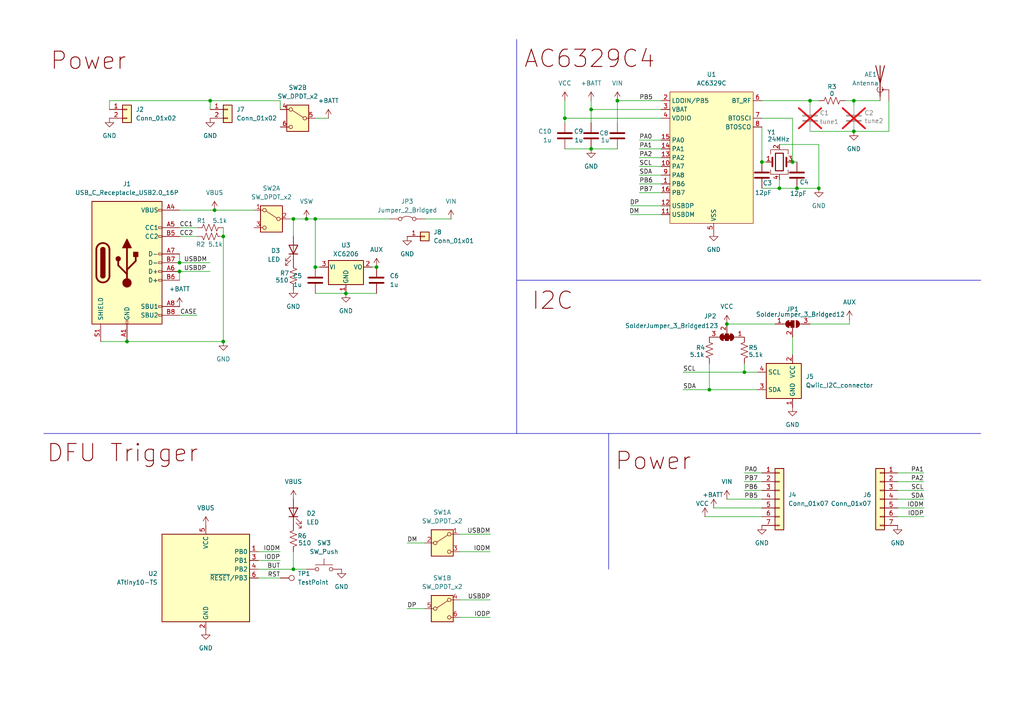
<source format=kicad_sch>
(kicad_sch (version 20231120) (generator "eeschema") (generator_version "8.0")
  (paper "A4")
  (lib_symbols
    (symbol "Connector:TestPoint" (pin_numbers hide) (pin_names (offset 0.762) hide)
      (property "Reference" "TP" (at 0 6.858 0))
      (property "Value" "TestPoint" (at 0 5.08 0))
      (symbol "TestPoint_0_1"
        (circle (center 0 3.302) (radius 0.762))
      )
      (symbol "TestPoint_1_1"
        (pin passive line (at 0 0 90) (length 2.54) (name "1") (number "1"))
      )
    )
    (symbol "Connector:USB_C_Receptacle_USB2.0_16P" (pin_names (offset 1.016))
      (property "Reference" "J" (at 0 22.225 0))
      (property "Value" "USB_C_Receptacle_USB2.0_16P" (at 0 19.685 0))
      (symbol "USB_C_Receptacle_USB2.0_16P_0_0"
        (rectangle (start -0.254 -17.78) (end 0.254 -16.764))
        (rectangle (start 10.16 -14.986) (end 9.144 -15.494))
        (rectangle (start 10.16 -12.446) (end 9.144 -12.954))
        (rectangle (start 10.16 -4.826) (end 9.144 -5.334))
        (rectangle (start 10.16 -2.286) (end 9.144 -2.794))
        (rectangle (start 10.16 0.254) (end 9.144 -0.254))
        (rectangle (start 10.16 2.794) (end 9.144 2.286))
        (rectangle (start 10.16 7.874) (end 9.144 7.366))
        (rectangle (start 10.16 10.414) (end 9.144 9.906))
        (rectangle (start 10.16 15.494) (end 9.144 14.986))
      )
      (symbol "USB_C_Receptacle_USB2.0_16P_0_1"
        (rectangle (start -10.16 17.78) (end 10.16 -17.78) (stroke (width 0.254)) (fill (type background)))
        (arc (start -8.89 -3.81) (mid -6.985 -5.7067) (end -5.08 -3.81) (stroke (width 0.508)))
        (arc (start -7.62 -3.81) (mid -6.985 -4.4423) (end -6.35 -3.81) (stroke (width 0.254)))
        (arc (start -7.62 -3.81) (mid -6.985 -4.4423) (end -6.35 -3.81) (stroke (width 0.254)) (fill (type outline)))
        (rectangle (start -7.62 -3.81) (end -6.35 3.81) (stroke (width 0.254)) (fill (type outline)))
        (arc (start -6.35 3.81) (mid -6.985 4.4423) (end -7.62 3.81) (stroke (width 0.254)))
        (arc (start -6.35 3.81) (mid -6.985 4.4423) (end -7.62 3.81) (stroke (width 0.254)) (fill (type outline)))
        (arc (start -5.08 3.81) (mid -6.985 5.7067) (end -8.89 3.81) (stroke (width 0.508)))
        (circle (center -2.54 1.143) (radius 0.635) (stroke (width 0.254)) (fill (type outline)))
        (circle (center 0 -5.842) (radius 1.27) (fill (type outline)))
        (polyline (pts (xy -8.89 -3.81) (xy -8.89 3.81)) (stroke (width 0.508)))
        (polyline (pts (xy -5.08 3.81) (xy -5.08 -3.81)) (stroke (width 0.508)))
        (polyline (pts (xy 0 -5.842) (xy 0 4.318)) (stroke (width 0.508)))
        (polyline (pts (xy 0 -3.302) (xy -2.54 -0.762) (xy -2.54 0.508)) (stroke (width 0.508)))
        (polyline (pts (xy 0 -2.032) (xy 2.54 0.508) (xy 2.54 1.778)) (stroke (width 0.508)))
        (polyline (pts (xy -1.27 4.318) (xy 0 6.858) (xy 1.27 4.318) (xy -1.27 4.318)) (stroke (width 0.254)) (fill (type outline)))
        (rectangle (start 1.905 1.778) (end 3.175 3.048) (stroke (width 0.254)) (fill (type outline)))
      )
      (symbol "USB_C_Receptacle_USB2.0_16P_1_1"
        (pin passive line (at 0 -22.86 90) (length 5.08) (name "GND") (number "A1"))
        (pin passive line (at 0 -22.86 90) (length 5.08) hide (name "GND") (number "A12"))
        (pin passive line (at 15.24 15.24 180) (length 5.08) (name "VBUS") (number "A4"))
        (pin bidirectional line (at 15.24 10.16 180) (length 5.08) (name "CC1") (number "A5"))
        (pin bidirectional line (at 15.24 -2.54 180) (length 5.08) (name "D+") (number "A6"))
        (pin bidirectional line (at 15.24 2.54 180) (length 5.08) (name "D-") (number "A7"))
        (pin bidirectional line (at 15.24 -12.7 180) (length 5.08) (name "SBU1") (number "A8"))
        (pin passive line (at 15.24 15.24 180) (length 5.08) hide (name "VBUS") (number "A9"))
        (pin passive line (at 0 -22.86 90) (length 5.08) hide (name "GND") (number "B1"))
        (pin passive line (at 0 -22.86 90) (length 5.08) hide (name "GND") (number "B12"))
        (pin passive line (at 15.24 15.24 180) (length 5.08) hide (name "VBUS") (number "B4"))
        (pin bidirectional line (at 15.24 7.62 180) (length 5.08) (name "CC2") (number "B5"))
        (pin bidirectional line (at 15.24 -5.08 180) (length 5.08) (name "D+") (number "B6"))
        (pin bidirectional line (at 15.24 0 180) (length 5.08) (name "D-") (number "B7"))
        (pin bidirectional line (at 15.24 -15.24 180) (length 5.08) (name "SBU2") (number "B8"))
        (pin passive line (at 15.24 15.24 180) (length 5.08) hide (name "VBUS") (number "B9"))
        (pin passive line (at -7.62 -22.86 90) (length 5.08) (name "SHIELD") (number "S1"))
      )
    )
    (symbol "Connector_Generic:Conn_01x01" (pin_names (offset 1.016) hide)
      (property "Reference" "J" (at 0 2.54 0))
      (property "Value" "Conn_01x01" (at 0 -2.54 0))
      (symbol "Conn_01x01_1_1"
        (rectangle (start -1.27 0.127) (end 0 -0.127) (stroke (width 0.1524)))
        (rectangle (start -1.27 1.27) (end 1.27 -1.27) (stroke (width 0.254)) (fill (type background)))
        (pin passive line (at -5.08 0 0) (length 3.81) (name "Pin_1") (number "1"))
      )
    )
    (symbol "Connector_Generic:Conn_01x02" (pin_names (offset 1.016) hide)
      (property "Reference" "J" (at 0 2.54 0))
      (property "Value" "Conn_01x02" (at 0 -5.08 0))
      (symbol "Conn_01x02_1_1"
        (rectangle (start -1.27 -2.413) (end 0 -2.667) (stroke (width 0.1524)))
        (rectangle (start -1.27 0.127) (end 0 -0.127) (stroke (width 0.1524)))
        (rectangle (start -1.27 1.27) (end 1.27 -3.81) (stroke (width 0.254)) (fill (type background)))
        (pin passive line (at -5.08 0 0) (length 3.81) (name "Pin_1") (number "1"))
        (pin passive line (at -5.08 -2.54 0) (length 3.81) (name "Pin_2") (number "2"))
      )
    )
    (symbol "Connector_Generic:Conn_01x07" (pin_names (offset 1.016) hide)
      (property "Reference" "J" (at 0 10.16 0))
      (property "Value" "Conn_01x07" (at 0 -10.16 0))
      (symbol "Conn_01x07_1_1"
        (rectangle (start -1.27 -7.493) (end 0 -7.747) (stroke (width 0.1524)))
        (rectangle (start -1.27 -4.953) (end 0 -5.207) (stroke (width 0.1524)))
        (rectangle (start -1.27 -2.413) (end 0 -2.667) (stroke (width 0.1524)))
        (rectangle (start -1.27 0.127) (end 0 -0.127) (stroke (width 0.1524)))
        (rectangle (start -1.27 2.667) (end 0 2.413) (stroke (width 0.1524)))
        (rectangle (start -1.27 5.207) (end 0 4.953) (stroke (width 0.1524)))
        (rectangle (start -1.27 7.747) (end 0 7.493) (stroke (width 0.1524)))
        (rectangle (start -1.27 8.89) (end 1.27 -8.89) (stroke (width 0.254)) (fill (type background)))
        (pin passive line (at -5.08 7.62 0) (length 3.81) (name "Pin_1") (number "1"))
        (pin passive line (at -5.08 5.08 0) (length 3.81) (name "Pin_2") (number "2"))
        (pin passive line (at -5.08 2.54 0) (length 3.81) (name "Pin_3") (number "3"))
        (pin passive line (at -5.08 0 0) (length 3.81) (name "Pin_4") (number "4"))
        (pin passive line (at -5.08 -2.54 0) (length 3.81) (name "Pin_5") (number "5"))
        (pin passive line (at -5.08 -5.08 0) (length 3.81) (name "Pin_6") (number "6"))
        (pin passive line (at -5.08 -7.62 0) (length 3.81) (name "Pin_7") (number "7"))
      )
    )
    (symbol "Device:Antenna_Shield" (pin_numbers hide) (pin_names (offset 1.016) hide)
      (property "Reference" "AE" (at -1.905 4.445 0))
      (property "Value" "Antenna_Shield" (at -1.905 2.54 0))
      (symbol "Antenna_Shield_0_1"
        (arc (start -0.508 -1.143) (mid -0.8429 -2.1194) (end 0 -2.667))
        (arc (start 0 -2.667) (mid 0.7989 -2.1052) (end 0.508 -1.143))
        (polyline (pts (xy 0 -2.54) (xy 0 0)))
        (polyline (pts (xy 0 5.08) (xy 0 -3.81)) (stroke (width 0.254)))
        (polyline (pts (xy 0.762 -1.905) (xy 2.54 -1.905)))
        (polyline (pts (xy 2.54 -2.54) (xy 2.54 -1.905)))
        (polyline (pts (xy 1.27 5.08) (xy 0 0) (xy -1.27 5.08)) (stroke (width 0.254)))
        (circle (center 0.762 -1.905) (radius 0.1778) (fill (type outline)))
      )
      (symbol "Antenna_Shield_1_1"
        (pin input line (at 0 -5.08 90) (length 2.54) (name "A") (number "1"))
        (pin input line (at 2.54 -5.08 90) (length 2.54) (name "Shield") (number "2"))
      )
    )
    (symbol "Device:C" (pin_numbers hide) (pin_names (offset 0.254))
      (property "Reference" "C" (at 0.635 2.54 0))
      (property "Value" "C" (at 0.635 -2.54 0))
      (symbol "C_0_1"
        (polyline (pts (xy -2.032 -0.762) (xy 2.032 -0.762)) (stroke (width 0.508)))
        (polyline (pts (xy -2.032 0.762) (xy 2.032 0.762)) (stroke (width 0.508)))
      )
      (symbol "C_1_1"
        (pin passive line (at 0 3.81 270) (length 2.794) (name "~") (number "1"))
        (pin passive line (at 0 -3.81 90) (length 2.794) (name "~") (number "2"))
      )
    )
    (symbol "Device:Crystal_GND24" (pin_names (offset 1.016) hide)
      (property "Reference" "Y" (at 3.175 5.08 0))
      (property "Value" "Crystal_GND24" (at 3.175 3.175 0))
      (symbol "Crystal_GND24_0_1"
        (rectangle (start -1.143 2.54) (end 1.143 -2.54) (stroke (width 0.3048)))
        (polyline (pts (xy -2.54 0) (xy -2.032 0)))
        (polyline (pts (xy -2.032 -1.27) (xy -2.032 1.27)) (stroke (width 0.508)))
        (polyline (pts (xy 0 -3.81) (xy 0 -3.556)))
        (polyline (pts (xy 0 3.556) (xy 0 3.81)))
        (polyline (pts (xy 2.032 -1.27) (xy 2.032 1.27)) (stroke (width 0.508)))
        (polyline (pts (xy 2.032 0) (xy 2.54 0)))
        (polyline (pts (xy -2.54 -2.286) (xy -2.54 -3.556) (xy 2.54 -3.556) (xy 2.54 -2.286)))
        (polyline (pts (xy -2.54 2.286) (xy -2.54 3.556) (xy 2.54 3.556) (xy 2.54 2.286)))
      )
      (symbol "Crystal_GND24_1_1"
        (pin passive line (at -3.81 0 0) (length 1.27) (name "1") (number "1"))
        (pin passive line (at 0 5.08 270) (length 1.27) (name "2") (number "2"))
        (pin passive line (at 3.81 0 180) (length 1.27) (name "3") (number "3"))
        (pin passive line (at 0 -5.08 90) (length 1.27) (name "4") (number "4"))
      )
    )
    (symbol "Device:LED" (pin_numbers hide) (pin_names (offset 1.016) hide)
      (property "Reference" "D" (at 0 2.54 0))
      (property "Value" "LED" (at 0 -2.54 0))
      (symbol "LED_0_1"
        (polyline (pts (xy -1.27 -1.27) (xy -1.27 1.27)) (stroke (width 0.254)))
        (polyline (pts (xy -1.27 0) (xy 1.27 0)))
        (polyline (pts (xy 1.27 -1.27) (xy 1.27 1.27) (xy -1.27 0) (xy 1.27 -1.27)) (stroke (width 0.254)))
        (polyline (pts (xy -3.048 -0.762) (xy -4.572 -2.286) (xy -3.81 -2.286) (xy -4.572 -2.286) (xy -4.572 -1.524)))
        (polyline (pts (xy -1.778 -0.762) (xy -3.302 -2.286) (xy -2.54 -2.286) (xy -3.302 -2.286) (xy -3.302 -1.524)))
      )
      (symbol "LED_1_1"
        (pin passive line (at -3.81 0 0) (length 2.54) (name "K") (number "1"))
        (pin passive line (at 3.81 0 180) (length 2.54) (name "A") (number "2"))
      )
    )
    (symbol "Device:R_US" (pin_numbers hide) (pin_names (offset 0))
      (property "Reference" "R" (at 2.54 0 90))
      (property "Value" "R_US" (at -2.54 0 90))
      (symbol "R_US_0_1"
        (polyline (pts (xy 0 -2.286) (xy 0 -2.54)))
        (polyline (pts (xy 0 2.286) (xy 0 2.54)))
        (polyline (pts (xy 0 -0.762) (xy 1.016 -1.143) (xy 0 -1.524) (xy -1.016 -1.905) (xy 0 -2.286)))
        (polyline (pts (xy 0 0.762) (xy 1.016 0.381) (xy 0 0) (xy -1.016 -0.381) (xy 0 -0.762)))
        (polyline (pts (xy 0 2.286) (xy 1.016 1.905) (xy 0 1.524) (xy -1.016 1.143) (xy 0 0.762)))
      )
      (symbol "R_US_1_1"
        (pin passive line (at 0 3.81 270) (length 1.27) (name "~") (number "1"))
        (pin passive line (at 0 -3.81 90) (length 1.27) (name "~") (number "2"))
      )
    )
    (symbol "Jumper:Jumper_2_Bridged" (pin_numbers hide) (pin_names (offset 0) hide) (exclude_from_sim yes)
      (property "Reference" "JP" (at 0 1.905 0))
      (property "Value" "Jumper_2_Bridged" (at 0 -2.54 0))
      (symbol "Jumper_2_Bridged_0_0"
        (circle (center -2.032 0) (radius 0.508))
        (circle (center 2.032 0) (radius 0.508))
      )
      (symbol "Jumper_2_Bridged_0_1"
        (arc (start 1.524 0.254) (mid 0 0.762) (end -1.524 0.254))
      )
      (symbol "Jumper_2_Bridged_1_1"
        (pin passive line (at -5.08 0 0) (length 2.54) (name "A") (number "1"))
        (pin passive line (at 5.08 0 180) (length 2.54) (name "B") (number "2"))
      )
    )
    (symbol "Jumper:SolderJumper_3_Bridged12" (pin_names (offset 0) hide)
      (property "Reference" "JP" (at -2.54 -2.54 0))
      (property "Value" "SolderJumper_3_Bridged12" (at 0 2.794 0))
      (symbol "SolderJumper_3_Bridged12_0_1"
        (rectangle (start -1.016 0.508) (end -0.508 -0.508) (fill (type outline)))
        (arc (start -1.016 1.016) (mid -2.0276 0) (end -1.016 -1.016))
        (arc (start -1.016 1.016) (mid -2.0276 0) (end -1.016 -1.016) (fill (type outline)))
        (rectangle (start -0.508 1.016) (end 0.508 -1.016) (fill (type outline)))
        (polyline (pts (xy -2.54 0) (xy -2.032 0)))
        (polyline (pts (xy -1.016 1.016) (xy -1.016 -1.016)))
        (polyline (pts (xy 0 -1.27) (xy 0 -1.016)))
        (polyline (pts (xy 1.016 1.016) (xy 1.016 -1.016)))
        (polyline (pts (xy 2.54 0) (xy 2.032 0)))
        (arc (start 1.016 -1.016) (mid 2.0276 0) (end 1.016 1.016))
        (arc (start 1.016 -1.016) (mid 2.0276 0) (end 1.016 1.016) (fill (type outline)))
      )
      (symbol "SolderJumper_3_Bridged12_1_1"
        (pin passive line (at -5.08 0 0) (length 2.54) (name "A") (number "1"))
        (pin passive line (at 0 -3.81 90) (length 2.54) (name "C") (number "2"))
        (pin passive line (at 5.08 0 180) (length 2.54) (name "B") (number "3"))
      )
    )
    (symbol "Jumper:SolderJumper_3_Bridged123" (pin_names (offset 0) hide) (exclude_from_sim yes) (in_bom no)
      (property "Reference" "JP" (at -2.54 -2.54 0))
      (property "Value" "SolderJumper_3_Bridged123" (at 0 2.794 0))
      (symbol "SolderJumper_3_Bridged123_0_1"
        (rectangle (start -1.016 0.508) (end -0.508 -0.508) (fill (type outline)))
        (arc (start -1.016 1.016) (mid -2.0276 0) (end -1.016 -1.016))
        (arc (start -1.016 1.016) (mid -2.0276 0) (end -1.016 -1.016) (fill (type outline)))
        (rectangle (start -0.508 1.016) (end 0.508 -1.016) (fill (type outline)))
        (polyline (pts (xy -2.54 0) (xy -2.032 0)))
        (polyline (pts (xy -1.016 1.016) (xy -1.016 -1.016)))
        (polyline (pts (xy 0 -1.27) (xy 0 -1.016)))
        (polyline (pts (xy 1.016 1.016) (xy 1.016 -1.016)))
        (polyline (pts (xy 2.54 0) (xy 2.032 0)))
        (rectangle (start 0.508 0.508) (end 1.016 -0.508) (fill (type outline)))
        (arc (start 1.016 -1.016) (mid 2.0276 0) (end 1.016 1.016))
        (arc (start 1.016 -1.016) (mid 2.0276 0) (end 1.016 1.016) (fill (type outline)))
      )
      (symbol "SolderJumper_3_Bridged123_1_1"
        (pin passive line (at -5.08 0 0) (length 2.54) (name "A") (number "1"))
        (pin passive line (at 0 -3.81 90) (length 2.54) (name "C") (number "2"))
        (pin passive line (at 5.08 0 180) (length 2.54) (name "B") (number "3"))
      )
    )
    (symbol "MCU_Microchip_ATtiny:ATtiny10-TS"
      (property "Reference" "U" (at -12.7 13.97 0))
      (property "Value" "ATtiny10-TS" (at 2.54 -13.97 0))
      (symbol "ATtiny10-TS_0_1"
        (rectangle (start -12.7 -12.7) (end 12.7 12.7) (stroke (width 0.254)) (fill (type background)))
      )
      (symbol "ATtiny10-TS_1_1"
        (pin bidirectional line (at 15.24 7.62 180) (length 2.54) (name "PB0") (number "1"))
        (pin power_in line (at 0 -15.24 90) (length 2.54) (name "GND") (number "2"))
        (pin bidirectional line (at 15.24 5.08 180) (length 2.54) (name "PB1") (number "3"))
        (pin bidirectional line (at 15.24 2.54 180) (length 2.54) (name "PB2") (number "4"))
        (pin power_in line (at 0 15.24 270) (length 2.54) (name "VCC") (number "5"))
        (pin bidirectional line (at 15.24 0 180) (length 2.54) (name "~{RESET}/PB3") (number "6"))
      )
    )
    (symbol "Regulator_Linear:XC6206PxxxMR" (pin_names (offset 0.254))
      (property "Reference" "U" (at -3.81 3.175 0))
      (property "Value" "XC6206PxxxMR" (at 0 3.175 0))
      (symbol "XC6206PxxxMR_0_1"
        (rectangle (start -5.08 1.905) (end 5.08 -5.08) (stroke (width 0.254)) (fill (type background)))
      )
      (symbol "XC6206PxxxMR_1_1"
        (pin power_in line (at 0 -7.62 90) (length 2.54) (name "GND") (number "1"))
        (pin power_out line (at 7.62 0 180) (length 2.54) (name "VO") (number "2"))
        (pin power_in line (at -7.62 0 0) (length 2.54) (name "VI") (number "3"))
      )
    )
    (symbol "Switch:SW_DPDT_x2" (pin_names (offset 0) hide)
      (property "Reference" "SW" (at 0 5.08 0))
      (property "Value" "SW_DPDT_x2" (at 0 -5.08 0))
      (symbol "SW_DPDT_x2_0_0"
        (circle (center -2.032 0) (radius 0.508))
        (circle (center 2.032 -2.54) (radius 0.508))
      )
      (symbol "SW_DPDT_x2_0_1"
        (rectangle (start -3.175 3.81) (end 3.175 -3.81) (stroke (width 0.254)) (fill (type background)))
        (polyline (pts (xy -1.524 0.254) (xy 1.5748 2.286)))
        (circle (center 2.032 2.54) (radius 0.508))
      )
      (symbol "SW_DPDT_x2_1_1"
        (pin passive line (at 5.08 2.54 180) (length 2.54) (name "A") (number "1"))
        (pin passive line (at -5.08 0 0) (length 2.54) (name "B") (number "2"))
        (pin passive line (at 5.08 -2.54 180) (length 2.54) (name "C") (number "3"))
      )
      (symbol "SW_DPDT_x2_2_1"
        (pin passive line (at 5.08 2.54 180) (length 2.54) (name "A") (number "4"))
        (pin passive line (at -5.08 0 0) (length 2.54) (name "B") (number "5"))
        (pin passive line (at 5.08 -2.54 180) (length 2.54) (name "C") (number "6"))
      )
    )
    (symbol "Switch:SW_Push" (pin_numbers hide) (pin_names (offset 1.016) hide)
      (property "Reference" "SW" (at 1.27 2.54 0))
      (property "Value" "SW_Push" (at 0 -1.524 0))
      (symbol "SW_Push_0_1"
        (circle (center -2.032 0) (radius 0.508))
        (polyline (pts (xy 0 1.27) (xy 0 3.048)))
        (polyline (pts (xy 2.54 1.27) (xy -2.54 1.27)))
        (circle (center 2.032 0) (radius 0.508))
        (pin passive line (at -5.08 0 0) (length 2.54) (name "1") (number "1"))
        (pin passive line (at 5.08 0 180) (length 2.54) (name "2") (number "2"))
      )
    )
    (symbol "maxkicad:AC6329C"
      (property "Reference" "U" (at -0.254 19.05 0))
      (property "Value" "AC6329C" (at 0.508 -0.254 0))
      (symbol "AC6329C_1_1"
        (rectangle (start -12.7 17.78) (end 11.43 -20.32) (fill (type background)))
        (pin tri_state line (at -15.24 -8.89 0) (length 2.54) (name "PB6") (number "1"))
        (pin tri_state line (at -15.24 -3.81 0) (length 2.54) (name "PA7") (number "10"))
        (pin tri_state line (at -15.24 -17.78 0) (length 2.54) (name "USBDM") (number "11"))
        (pin tri_state line (at -15.24 -15.24 0) (length 2.54) (name "USBDP") (number "12"))
        (pin tri_state line (at -15.24 -1.27 0) (length 2.54) (name "PA2") (number "13"))
        (pin tri_state line (at -15.24 1.27 0) (length 2.54) (name "PA1") (number "14"))
        (pin tri_state line (at -15.24 3.81 0) (length 2.54) (name "PA0") (number "15"))
        (pin tri_state line (at -15.24 -11.43 0) (length 2.54) (name "PB7") (number "16"))
        (pin tri_state line (at -15.24 15.24 0) (length 2.54) (name "LDOIN/PB5") (number "2"))
        (pin power_in line (at -15.24 12.7 0) (length 2.54) (name "VBAT") (number "3"))
        (pin power_out line (at -15.24 10.16 0) (length 2.54) (name "VDDIO") (number "4"))
        (pin power_in line (at 0 -22.86 90) (length 2.54) (name "VSS") (number "5"))
        (pin passive line (at 13.97 15.24 180) (length 2.54) (name "BT_RF") (number "6"))
        (pin input line (at 13.97 10.16 180) (length 2.54) (name "BTOSCI") (number "7"))
        (pin output line (at 13.97 7.62 180) (length 2.54) (name "BTOSCO") (number "8"))
        (pin tri_state line (at -15.24 -6.35 0) (length 2.54) (name "PA8") (number "9"))
      )
    )
    (symbol "maxkicad:Qwiic_I2C"
      (property "Reference" "J" (at 0 8.89 0))
      (property "Value" "Qwiic_I2C_connector" (at 0 6.35 0))
      (symbol "Qwiic_I2C_1_1"
        (rectangle (start -5.08 5.08) (end 5.08 -5.08) (stroke (width 0.254)) (fill (type background)))
        (pin power_in line (at 2.54 -7.62 90) (length 2.54) (name "GND") (number "1"))
        (pin power_in line (at 2.54 7.62 270) (length 2.54) (name "VCC") (number "2"))
        (pin bidirectional line (at -7.62 -2.54 0) (length 2.54) (name "SDA") (number "3"))
        (pin input line (at -7.62 2.54 0) (length 2.54) (name "SCL") (number "4"))
        (pin power_in line (at 2.54 -7.62 90) (length 2.54) hide (name "VSS") (number "MP"))
      )
    )
    (symbol "power:+5V" (power) (pin_numbers hide) (pin_names (offset 0) hide)
      (property "Value" "+5V" (at 0 3.556 0))
      (symbol "+5V_0_1"
        (polyline (pts (xy -0.762 1.27) (xy 0 2.54)))
        (polyline (pts (xy 0 0) (xy 0 2.54)))
        (polyline (pts (xy 0 2.54) (xy 0.762 1.27)))
      )
      (symbol "+5V_1_1"
        (pin power_in line (at 0 0 90) (length 0) (name "~") (number "1"))
      )
    )
    (symbol "power:+BATT" (power) (pin_numbers hide) (pin_names (offset 0) hide)
      (property "Value" "+BATT" (at 0 3.556 0))
      (symbol "+BATT_0_1"
        (polyline (pts (xy -0.762 1.27) (xy 0 2.54)))
        (polyline (pts (xy 0 0) (xy 0 2.54)))
        (polyline (pts (xy 0 2.54) (xy 0.762 1.27)))
      )
      (symbol "+BATT_1_1"
        (pin power_in line (at 0 0 90) (length 0) (name "~") (number "1"))
      )
    )
    (symbol "power:GND" (power) (pin_numbers hide) (pin_names (offset 0) hide)
      (property "Value" "GND" (at 0 -3.81 0))
      (symbol "GND_0_1"
        (polyline (pts (xy 0 0) (xy 0 -1.27) (xy 1.27 -1.27) (xy 0 -2.54) (xy -1.27 -1.27) (xy 0 -1.27)))
      )
      (symbol "GND_1_1"
        (pin power_in line (at 0 0 270) (length 0) (name "~") (number "1"))
      )
    )
    (symbol "power:VBUS" (power) (pin_numbers hide) (pin_names (offset 0) hide)
      (property "Value" "VBUS" (at 0 3.556 0))
      (symbol "VBUS_0_1"
        (polyline (pts (xy -0.762 1.27) (xy 0 2.54)))
        (polyline (pts (xy 0 0) (xy 0 2.54)))
        (polyline (pts (xy 0 2.54) (xy 0.762 1.27)))
      )
      (symbol "VBUS_1_1"
        (pin power_in line (at 0 0 90) (length 0) (name "~") (number "1"))
      )
    )
    (symbol "power:VCC" (power) (pin_numbers hide) (pin_names (offset 0) hide)
      (property "Value" "VCC" (at 0 3.556 0))
      (symbol "VCC_0_1"
        (polyline (pts (xy -0.762 1.27) (xy 0 2.54)))
        (polyline (pts (xy 0 0) (xy 0 2.54)))
        (polyline (pts (xy 0 2.54) (xy 0.762 1.27)))
      )
      (symbol "VCC_1_1"
        (pin power_in line (at 0 0 90) (length 0) (name "~") (number "1"))
      )
    )
  )
  (junction (at 36.83 99.06))
  (junction (at 215.9 107.95))
  (junction (at 171.45 31.75))
  (junction (at 163.83 34.29))
  (junction (at 88.9 63.5))
  (junction (at 247.65 38.1))
  (junction (at 85.09 63.5))
  (junction (at 247.65 29.21))
  (junction (at 229.87 46.99))
  (junction (at 231.14 54.61))
  (junction (at 64.77 68.58))
  (junction (at 210.82 93.98))
  (junction (at 109.22 77.47))
  (junction (at 52.07 76.2))
  (junction (at 64.77 99.06))
  (junction (at 205.74 113.03))
  (junction (at 171.45 43.18))
  (junction (at 62.23 60.96))
  (junction (at 234.95 29.21))
  (junction (at 85.09 165.1))
  (junction (at 179.07 29.21))
  (junction (at 226.06 54.61))
  (junction (at 60.96 29.21))
  (junction (at 52.07 78.74))
  (junction (at 91.44 77.47))
  (junction (at 237.49 54.61))
  (junction (at 100.33 85.09))
  (junction (at 91.44 63.5))
  (junction (at 220.98 46.99))
  (wire (pts (xy 220.98 46.99) (xy 222.25 46.99)))
  (wire (pts (xy 171.45 31.75) (xy 191.77 31.75)))
  (wire (pts (xy 210.82 93.98) (xy 224.79 93.98)))
  (wire (pts (xy 198.12 107.95) (xy 215.9 107.95)))
  (wire (pts (xy 91.44 63.5) (xy 113.03 63.5)))
  (wire (pts (xy 171.45 29.21) (xy 171.45 31.75)))
  (wire (pts (xy 85.09 165.1) (xy 88.9 165.1)))
  (wire (pts (xy 220.98 54.61) (xy 226.06 54.61)))
  (wire (pts (xy 74.93 162.56) (xy 81.28 162.56)))
  (wire (pts (xy 231.14 54.61) (xy 237.49 54.61)))
  (polyline (pts (xy 149.86 11.43) (xy 149.86 125.73)))
  (polyline (pts (xy 176.53 125.73) (xy 176.53 165.1)))
  (wire (pts (xy 64.77 99.06) (xy 36.83 99.06)))
  (wire (pts (xy 185.42 50.8) (xy 191.77 50.8)))
  (wire (pts (xy 247.65 29.21) (xy 247.65 30.48)))
  (wire (pts (xy 171.45 43.18) (xy 179.07 43.18)))
  (wire (pts (xy 171.45 31.75) (xy 171.45 35.56)))
  (wire (pts (xy 191.77 59.69) (xy 182.88 59.69)))
  (wire (pts (xy 123.19 63.5) (xy 130.81 63.5)))
  (wire (pts (xy 88.9 63.5) (xy 91.44 63.5)))
  (wire (pts (xy 60.96 29.21) (xy 31.75 29.21)))
  (wire (pts (xy 52.07 68.58) (xy 57.15 68.58)))
  (wire (pts (xy 133.35 173.99) (xy 142.24 173.99)))
  (wire (pts (xy 52.07 73.66) (xy 52.07 76.2)))
  (wire (pts (xy 74.93 167.64) (xy 81.28 167.64)))
  (wire (pts (xy 185.42 53.34) (xy 191.77 53.34)))
  (wire (pts (xy 29.21 99.06) (xy 36.83 99.06)))
  (wire (pts (xy 191.77 62.23) (xy 182.88 62.23)))
  (wire (pts (xy 185.42 43.18) (xy 191.77 43.18)))
  (wire (pts (xy 81.28 31.75) (xy 81.28 29.21)))
  (wire (pts (xy 91.44 77.47) (xy 92.71 77.47)))
  (wire (pts (xy 185.42 40.64) (xy 191.77 40.64)))
  (wire (pts (xy 85.09 63.5) (xy 85.09 68.58)))
  (wire (pts (xy 204.47 149.86) (xy 220.98 149.86)))
  (wire (pts (xy 52.07 66.04) (xy 57.15 66.04)))
  (wire (pts (xy 260.35 137.16) (xy 267.97 137.16)))
  (wire (pts (xy 198.12 113.03) (xy 205.74 113.03)))
  (wire (pts (xy 215.9 139.7) (xy 220.98 139.7)))
  (wire (pts (xy 260.35 147.32) (xy 267.97 147.32)))
  (wire (pts (xy 163.83 34.29) (xy 163.83 29.21)))
  (wire (pts (xy 118.11 176.53) (xy 123.19 176.53)))
  (wire (pts (xy 220.98 36.83) (xy 220.98 46.99)))
  (wire (pts (xy 245.11 29.21) (xy 247.65 29.21)))
  (wire (pts (xy 163.83 43.18) (xy 171.45 43.18)))
  (wire (pts (xy 107.95 77.47) (xy 109.22 77.47)))
  (wire (pts (xy 220.98 29.21) (xy 234.95 29.21)))
  (wire (pts (xy 205.74 113.03) (xy 219.71 113.03)))
  (wire (pts (xy 83.82 63.5) (xy 85.09 63.5)))
  (wire (pts (xy 226.06 54.61) (xy 226.06 52.07)))
  (wire (pts (xy 52.07 60.96) (xy 62.23 60.96)))
  (wire (pts (xy 260.35 139.7) (xy 267.97 139.7)))
  (wire (pts (xy 257.81 29.21) (xy 257.81 38.1)))
  (wire (pts (xy 215.9 105.41) (xy 215.9 107.95)))
  (wire (pts (xy 229.87 97.79) (xy 229.87 102.87)))
  (wire (pts (xy 257.81 38.1) (xy 247.65 38.1)))
  (wire (pts (xy 64.77 66.04) (xy 64.77 68.58)))
  (wire (pts (xy 234.95 29.21) (xy 234.95 30.48)))
  (wire (pts (xy 85.09 63.5) (xy 88.9 63.5)))
  (wire (pts (xy 52.07 78.74) (xy 60.96 78.74)))
  (wire (pts (xy 62.23 60.96) (xy 73.66 60.96)))
  (wire (pts (xy 207.01 147.32) (xy 220.98 147.32)))
  (wire (pts (xy 163.83 34.29) (xy 191.77 34.29)))
  (wire (pts (xy 91.44 85.09) (xy 100.33 85.09)))
  (wire (pts (xy 215.9 142.24) (xy 220.98 142.24)))
  (wire (pts (xy 215.9 107.95) (xy 219.71 107.95)))
  (wire (pts (xy 226.06 54.61) (xy 231.14 54.61)))
  (wire (pts (xy 118.11 157.48) (xy 123.19 157.48)))
  (wire (pts (xy 163.83 34.29) (xy 163.83 35.56)))
  (wire (pts (xy 81.28 29.21) (xy 60.96 29.21)))
  (wire (pts (xy 133.35 154.94) (xy 142.24 154.94)))
  (wire (pts (xy 234.95 29.21) (xy 237.49 29.21)))
  (wire (pts (xy 229.87 46.99) (xy 231.14 46.99)))
  (wire (pts (xy 229.87 46.99) (xy 229.87 34.29)))
  (wire (pts (xy 85.09 160.02) (xy 85.09 165.1)))
  (wire (pts (xy 185.42 48.26) (xy 191.77 48.26)))
  (wire (pts (xy 74.93 165.1) (xy 85.09 165.1)))
  (wire (pts (xy 260.35 149.86) (xy 267.97 149.86)))
  (wire (pts (xy 91.44 63.5) (xy 91.44 77.47)))
  (wire (pts (xy 185.42 55.88) (xy 191.77 55.88)))
  (wire (pts (xy 60.96 29.21) (xy 60.96 31.75)))
  (wire (pts (xy 237.49 41.91) (xy 237.49 54.61)))
  (wire (pts (xy 260.35 142.24) (xy 267.97 142.24)))
  (wire (pts (xy 179.07 29.21) (xy 179.07 35.56)))
  (wire (pts (xy 234.95 38.1) (xy 247.65 38.1)))
  (wire (pts (xy 229.87 34.29) (xy 220.98 34.29)))
  (wire (pts (xy 52.07 78.74) (xy 52.07 81.28)))
  (polyline (pts (xy 149.86 81.28) (xy 284.48 81.28)))
  (wire (pts (xy 31.75 29.21) (xy 31.75 31.75)))
  (wire (pts (xy 226.06 41.91) (xy 237.49 41.91)))
  (wire (pts (xy 91.44 34.29) (xy 95.25 34.29)))
  (wire (pts (xy 247.65 29.21) (xy 255.27 29.21)))
  (wire (pts (xy 246.38 93.98) (xy 234.95 93.98)))
  (wire (pts (xy 52.07 76.2) (xy 60.96 76.2)))
  (wire (pts (xy 133.35 160.02) (xy 142.24 160.02)))
  (wire (pts (xy 210.82 144.78) (xy 220.98 144.78)))
  (wire (pts (xy 100.33 85.09) (xy 109.22 85.09)))
  (wire (pts (xy 205.74 105.41) (xy 205.74 113.03)))
  (wire (pts (xy 260.35 144.78) (xy 267.97 144.78)))
  (wire (pts (xy 215.9 137.16) (xy 220.98 137.16)))
  (wire (pts (xy 52.07 91.44) (xy 57.15 91.44)))
  (wire (pts (xy 74.93 160.02) (xy 81.28 160.02)))
  (wire (pts (xy 179.07 29.21) (xy 191.77 29.21)))
  (polyline (pts (xy 12.7 125.73) (xy 284.48 125.73)))
  (wire (pts (xy 185.42 45.72) (xy 191.77 45.72)))
  (wire (pts (xy 64.77 68.58) (xy 64.77 99.06)))
  (wire (pts (xy 246.38 92.71) (xy 246.38 93.98)))
  (wire (pts (xy 133.35 179.07) (xy 142.24 179.07)))
  (text "DFU Trigger" (at 35.56 131.572 0) (effects (font (size 5 5) (thickness 0.254) (bold yes))))
  (text "Power" (at 25.654 17.78 0) (effects (font (size 5 5) (thickness 0.254) (bold yes))))
  (text "AC6329C4" (at 171.0114 17.2232 0) (effects (font (size 5 5) (thickness 0.254) (bold yes))))
  (text "I2C" (at 160.274 87.376 0) (effects (font (size 5 5) (thickness 0.254) (bold yes))))
  (text "Power" (at 189.484 133.858 0) (effects (font (size 5 5) (thickness 0.254) (bold yes))))
  (label "DP" (at 185.42 59.69 180))
  (label "PA0" (at 215.9 137.16 0))
  (label "PB7" (at 185.42 55.88 0))
  (label "USBDP" (at 142.24 173.99 180))
  (label "PA2" (at 267.97 139.7 180))
  (label "SCL" (at 198.12 107.95 0))
  (label "PA2" (at 185.42 45.72 0))
  (label "DP" (at 118.11 176.53 0))
  (label "RST" (at 81.28 167.64 180))
  (label "IODP" (at 81.28 162.56 180))
  (label "SCL" (at 185.42 48.26 0))
  (label "PB5" (at 185.42 29.21 0))
  (label "USBDM" (at 53.34 76.2 0))
  (label "PB5" (at 215.9 144.78 0))
  (label "PB7" (at 215.9 139.7 0))
  (label "USBDM" (at 142.24 154.94 180))
  (label "PB6" (at 185.42 53.34 0))
  (label "IODM" (at 142.24 160.02 180))
  (label "CC2" (at 52.07 68.58 0))
  (label "DM" (at 185.42 62.23 180))
  (label "SDA" (at 267.97 144.78 180))
  (label "CASE" (at 57.15 91.44 180))
  (label "IODM" (at 81.28 160.02 180))
  (label "DM" (at 118.11 157.48 0))
  (label "BUT" (at 81.28 165.1 180))
  (label "USBDP" (at 53.34 78.74 0))
  (label "SDA" (at 185.42 50.8 0))
  (label "PA1" (at 185.42 43.18 0))
  (label "PA0" (at 185.42 40.64 0))
  (label "PA1" (at 267.97 137.16 180))
  (label "CC1" (at 52.07 66.04 0))
  (label "SCL" (at 267.97 142.24 180))
  (label "IODM" (at 267.97 147.32 180))
  (label "PB6" (at 215.9 142.24 0))
  (label "SDA" (at 198.12 113.03 0))
  (label "IODP" (at 267.97 149.86 180))
  (label "IODP" (at 142.24 179.07 180))
  (symbol (lib_id "power:GND") (at 229.87 118.11 0) (unit 1)
    (property "Reference" "#PWR015" (effects (hide yes)))
    (property "Value" "GND" (at 229.87 123.19 0))
    (property "Description" "Power symbol creates a global label with name \"GND\" , ground" (effects (hide yes)))
  )
  (symbol (lib_id "Jumper:Jumper_2_Bridged") (at 118.11 63.5 0) (unit 1) (exclude_from_sim yes)
    (property "Reference" "JP3" (at 118.11 58.42 0))
    (property "Value" "Jumper_2_Bridged" (at 118.11 60.96 0))
    (property "Footprint" "Connector_PinHeader_2.54mm:PinHeader_1x02_P2.54mm_Vertical" (effects (hide yes)))
    (property "Description" "Jumper, 2-pole, closed/bridged" (effects (hide yes)))
  )
  (symbol (lib_id "power:GND") (at 64.77 99.06 0) (unit 1)
    (property "Reference" "#PWR01" (effects (hide yes)))
    (property "Value" "GND" (at 64.77 104.14 0))
    (property "Description" "Power symbol creates a global label with name \"GND\" , ground" (effects (hide yes)))
  )
  (symbol (lib_id "power:+BATT") (at 95.25 34.29 0) (unit 1)
    (property "Reference" "#PWR031" (effects (hide yes)))
    (property "Value" "+BATT" (at 95.25 29.21 0))
    (property "Description" "Power symbol creates a global label with name \"+BATT\"" (effects (hide yes)))
  )
  (symbol (lib_id "maxkicad:Qwiic_I2C") (at 227.33 110.49 0) (unit 1)
    (property "Reference" "J5" (at 233.68 109.2199 0) (effects (justify left)))
    (property "Value" "Qwiic_I2C_connector" (at 233.68 111.7599 0) (effects (justify left)))
    (property "Footprint" "Connector_JST:JST_SH_SM04B-SRSS-TB_1x04-1MP_P1.00mm_Horizontal" (effects (hide yes)))
    (property "LCSC" "C7433440" (effects (hide yes)))
  )
  (symbol (lib_id "Device:LED") (at 85.09 148.59 90) (unit 1)
    (property "Reference" "D2" (at 88.9 148.9074 90) (effects (justify right)))
    (property "Value" "LED" (at 88.9 151.4474 90) (effects (justify right)))
    (property "Footprint" "LED_SMD:LED_0402_1005Metric" (effects (hide yes)))
    (property "Description" "Light emitting diode" (effects (hide yes)))
  )
  (symbol (lib_id "MCU_Microchip_ATtiny:ATtiny10-TS") (at 59.69 167.64 0) (unit 1)
    (property "Reference" "U2" (at 45.72 166.3699 0) (effects (justify right)))
    (property "Value" "ATtiny10-TS" (at 45.72 168.9099 0) (effects (justify right)))
    (property "Footprint" "Package_TO_SOT_SMD:SOT-23-6" (effects (hide yes)))
    (property "Datasheet" "http://ww1.microchip.com/downloads/en/DeviceDoc/Atmel-8127-AVR-8-bit-Microcontroller-ATtiny4-ATtiny5-ATtiny9-ATtiny10_Datasheet.pdf" (effects (hide yes)))
    (property "Description" "12MHz, 1kB Flash, 32B SRAM, No EEPROM, ADC, SOT-23-6" (effects (hide yes)))
  )
  (symbol (lib_id "Device:Crystal_GND24") (at 226.06 46.99 0) (unit 1)
    (property "Reference" "Y1" (at 223.774 38.354 0))
    (property "Value" "24MHz" (at 225.806 40.386 0))
    (property "Footprint" "Crystal:Crystal_SMD_3225-4Pin_3.2x2.5mm" (effects (hide yes)))
    (property "Description" "Four pin crystal, GND on pins 2 and 4" (effects (hide yes)))
    (property "LCSC" "C70590" (effects (hide yes)))
  )
  (symbol (lib_id "Jumper:SolderJumper_3_Bridged12") (at 229.87 93.98 0) (unit 1)
    (property "Reference" "JP1" (at 229.87 89.662 0))
    (property "Value" "SolderJumper_3_Bridged12" (at 232.156 91.186 0))
    (property "Footprint" "Jumper:SolderJumper-3_P1.3mm_Bridged12_RoundedPad1.0x1.5mm" (effects (hide yes)))
    (property "Description" "3-pole Solder Jumper, pins 1+2 closed/bridged" (effects (hide yes)))
  )
  (symbol (lib_id "power:VBUS") (at 62.23 60.96 0) (unit 1)
    (property "Reference" "#PWR03" (effects (hide yes)))
    (property "Value" "VBUS" (at 62.23 55.88 0))
    (property "Description" "Power symbol creates a global label with name \"VBUS\"" (effects (hide yes)))
  )
  (symbol (lib_id "Device:C") (at 234.95 34.29 0) (unit 1) (dnp yes)
    (property "Reference" "C1" (at 237.744 32.766 0) (effects (justify left)))
    (property "Value" "tune1" (at 237.744 35.306 0) (effects (justify left)))
    (property "Footprint" "Capacitor_SMD:C_0402_1005Metric" (effects (hide yes)))
    (property "Description" "Unpolarized capacitor" (effects (hide yes)))
  )
  (symbol (lib_id "power:+5V") (at 88.9 63.5 0) (unit 1)
    (property "Reference" "#PWR022" (effects (hide yes)))
    (property "Value" "VSW" (at 88.9 58.42 0))
    (property "Description" "Power symbol creates a global label with name \"+5V\"" (effects (hide yes)))
  )
  (symbol (lib_id "Device:R_US") (at 60.96 68.58 90) (mirror x) (unit 1)
    (property "Reference" "R2" (at 58.166 70.866 90))
    (property "Value" "5.1k" (at 62.484 70.866 90))
    (property "Footprint" "Resistor_SMD:R_0402_1005Metric" (effects (hide yes)))
    (property "Description" "Resistor, US symbol" (effects (hide yes)))
    (property "LCSC" "C25905" (effects (hide yes)))
  )
  (symbol (lib_id "Switch:SW_DPDT_x2") (at 78.74 63.5 0) (mirror y) (unit 1)
    (property "Reference" "SW2" (at 78.74 54.61 0))
    (property "Value" "SW_DPDT_x2" (at 78.74 57.15 0))
    (property "Footprint" "Button_Switch_SMD:SW_DPDT_CK_JS202011JCQN" (effects (hide yes)))
    (property "Description" "Switch, dual pole double throw, separate symbols" (effects (hide yes)))
  )
  (symbol (lib_id "Connector_Generic:Conn_01x01") (at 123.19 68.58 0) (unit 1)
    (property "Reference" "J8" (at 125.73 67.3099 0) (effects (justify left)))
    (property "Value" "Conn_01x01" (at 125.73 69.8499 0) (effects (justify left)))
    (property "Footprint" "Connector_PinHeader_2.54mm:PinHeader_1x01_P2.54mm_Vertical" (effects (hide yes)))
    (property "Description" "Generic connector, single row, 01x01, script generated (kicad-library-utils/schlib/autogen/connector/)" (effects (hide yes)))
  )
  (symbol (lib_id "Device:C") (at 171.45 39.37 0) (mirror y) (unit 1)
    (property "Reference" "C9" (at 169.164 38.1 0) (effects (justify left)))
    (property "Value" "1u" (at 169.164 40.64 0) (effects (justify left)))
    (property "Footprint" "Capacitor_SMD:C_0402_1005Metric" (effects (hide yes)))
    (property "Description" "Unpolarized capacitor" (effects (hide yes)))
    (property "LCSC" "C14445" (effects (hide yes)))
  )
  (symbol (lib_id "Switch:SW_DPDT_x2") (at 86.36 34.29 0) (mirror y) (unit 2)
    (property "Reference" "SW2" (at 86.36 25.4 0))
    (property "Value" "SW_DPDT_x2" (at 86.36 27.94 0))
    (property "Footprint" "Button_Switch_SMD:SW_DPDT_CK_JS202011JCQN" (effects (hide yes)))
    (property "Description" "Switch, dual pole double throw, separate symbols" (effects (hide yes)))
  )
  (symbol (lib_id "Device:LED") (at 85.09 72.39 270) (mirror x) (unit 1)
    (property "Reference" "D3" (at 81.28 72.7074 90) (effects (justify right)))
    (property "Value" "LED" (at 81.28 75.2474 90) (effects (justify right)))
    (property "Footprint" "LED_SMD:LED_0402_1005Metric" (effects (hide yes)))
    (property "Description" "Light emitting diode" (effects (hide yes)))
  )
  (symbol (lib_id "Device:R_US") (at 85.09 156.21 0) (mirror x) (unit 1)
    (property "Reference" "R6" (at 87.63 155.448 0))
    (property "Value" "510" (at 88.392 157.48 0))
    (property "Footprint" "Resistor_SMD:R_0402_1005Metric" (effects (hide yes)))
    (property "Description" "Resistor, US symbol" (effects (hide yes)))
  )
  (symbol (lib_id "power:GND") (at 31.75 34.29 0) (unit 1)
    (property "Reference" "#PWR023" (effects (hide yes)))
    (property "Value" "GND" (at 31.75 39.37 0))
    (property "Description" "Power symbol creates a global label with name \"GND\" , ground" (effects (hide yes)))
  )
  (symbol (lib_id "Connector_Generic:Conn_01x07") (at 226.06 144.78 0) (unit 1)
    (property "Reference" "J4" (at 228.6 143.5099 0) (effects (justify left)))
    (property "Value" "Conn_01x07" (at 228.6 146.0499 0) (effects (justify left)))
    (property "Footprint" "Connector_PinHeader_2.54mm:PinHeader_1x07_P2.54mm_Vertical" (effects (hide yes)))
    (property "Description" "Generic connector, single row, 01x07, script generated (kicad-library-utils/schlib/autogen/connector/)" (effects (hide yes)))
  )
  (symbol (lib_id "power:VBUS") (at 59.69 152.4 0) (unit 1)
    (property "Reference" "#PWR05" (effects (hide yes)))
    (property "Value" "VBUS" (at 59.69 147.32 0))
    (property "Description" "Power symbol creates a global label with name \"VBUS\"" (effects (hide yes)))
  )
  (symbol (lib_id "power:VCC") (at 204.47 149.86 0) (unit 1)
    (property "Reference" "#PWR017" (effects (hide yes)))
    (property "Value" "VCC" (at 203.708 146.05 0))
    (property "Description" "Power symbol creates a global label with name \"VCC\"" (effects (hide yes)))
  )
  (symbol (lib_id "Device:C") (at 179.07 39.37 0) (mirror y) (unit 1)
    (property "Reference" "C8" (at 176.53 38.608 0) (effects (justify left)))
    (property "Value" "1u" (at 176.784 40.64 0) (effects (justify left)))
    (property "Footprint" "Capacitor_SMD:C_0402_1005Metric" (effects (hide yes)))
    (property "Description" "Unpolarized capacitor" (effects (hide yes)))
    (property "LCSC" "C14445" (effects (hide yes)))
  )
  (symbol (lib_id "Connector:USB_C_Receptacle_USB2.0_16P") (at 36.83 76.2 0) (unit 1)
    (property "Reference" "J1" (at 36.83 53.34 0))
    (property "Value" "USB_C_Receptacle_USB2.0_16P" (at 36.83 55.88 0))
    (property "Footprint" "Connector_USB:USB_C_Receptacle_HCTL_HC-TYPE-C-16P-01A" (effects (hide yes)))
    (property "Datasheet" "https://www.usb.org/sites/default/files/documents/usb_type-c.zip" (effects (hide yes)))
    (property "Description" "USB 2.0-only 16P Type-C Receptacle connector" (effects (hide yes)))
    (property "LCSC" "C2765186" (effects (hide yes)))
  )
  (symbol (lib_id "power:+BATT") (at 52.07 88.9 0) (unit 1)
    (property "Reference" "#PWR016" (effects (hide yes)))
    (property "Value" "+BATT" (at 52.07 83.82 0))
    (property "Description" "Power symbol creates a global label with name \"+BATT\"" (effects (hide yes)))
  )
  (symbol (lib_id "Connector_Generic:Conn_01x07") (at 255.27 144.78 0) (mirror y) (unit 1)
    (property "Reference" "J6" (at 252.73 143.5099 0) (effects (justify left)))
    (property "Value" "Conn_01x07" (at 252.73 146.0499 0) (effects (justify left)))
    (property "Footprint" "Connector_PinHeader_2.54mm:PinHeader_1x07_P2.54mm_Vertical" (effects (hide yes)))
    (property "Description" "Generic connector, single row, 01x07, script generated (kicad-library-utils/schlib/autogen/connector/)" (effects (hide yes)))
  )
  (symbol (lib_id "power:+BATT") (at 207.01 147.32 0) (unit 1)
    (property "Reference" "#PWR020" (effects (hide yes)))
    (property "Value" "+BATT" (at 206.756 143.51 0))
    (property "Description" "Power symbol creates a global label with name \"+BATT\"" (effects (hide yes)))
  )
  (symbol (lib_id "Switch:SW_Push") (at 93.98 165.1 0) (unit 1)
    (property "Reference" "SW3" (at 93.98 157.48 0))
    (property "Value" "SW_Push" (at 93.98 160.02 0))
    (property "Footprint" "maxfootprints:TINYTACTILE" (effects (hide yes)))
    (property "Description" "Push button switch, generic, two pins" (effects (hide yes)))
  )
  (symbol (lib_id "power:+5V") (at 210.82 144.78 0) (unit 1)
    (property "Reference" "#PWR032" (effects (hide yes)))
    (property "Value" "VIN" (at 210.82 139.7 0))
    (property "Description" "Power symbol creates a global label with name \"+5V\"" (effects (hide yes)))
  )
  (symbol (lib_id "Switch:SW_DPDT_x2") (at 128.27 176.53 0) (unit 2)
    (property "Reference" "SW1" (at 128.27 167.64 0))
    (property "Value" "SW_DPDT_x2" (at 128.27 170.18 0))
    (property "Footprint" "Button_Switch_SMD:SW_DPDT_CK_JS202011JCQN" (effects (hide yes)))
    (property "Description" "Switch, dual pole double throw, separate symbols" (effects (hide yes)))
  )
  (symbol (lib_id "power:GND") (at 59.69 182.88 0) (unit 1)
    (property "Reference" "#PWR08" (effects (hide yes)))
    (property "Value" "GND" (at 59.69 187.96 0))
    (property "Description" "Power symbol creates a global label with name \"GND\" , ground" (effects (hide yes)))
  )
  (symbol (lib_id "Device:R_US") (at 85.09 80.01 180) (unit 1)
    (property "Reference" "R7" (at 82.55 79.248 0))
    (property "Value" "510" (at 81.788 81.28 0))
    (property "Footprint" "Resistor_SMD:R_0402_1005Metric" (effects (hide yes)))
    (property "Description" "Resistor, US symbol" (effects (hide yes)))
  )
  (symbol (lib_id "Connector:TestPoint") (at 81.28 167.64 270) (unit 1)
    (property "Reference" "TP1" (at 86.36 166.3699 90) (effects (justify left)))
    (property "Value" "TestPoint" (at 86.36 168.9099 90) (effects (justify left)))
    (property "Footprint" "TestPoint:TestPoint_Pad_D3.0mm" (effects (hide yes)))
    (property "Description" "test point" (effects (hide yes)))
  )
  (symbol (lib_id "power:VBUS") (at 85.09 144.78 0) (unit 1)
    (property "Reference" "#PWR04" (effects (hide yes)))
    (property "Value" "VBUS" (at 85.09 139.7 0))
    (property "Description" "Power symbol creates a global label with name \"VBUS\"" (effects (hide yes)))
  )
  (symbol (lib_id "Device:C") (at 220.98 50.8 0) (unit 1)
    (property "Reference" "C3" (at 221.234 53.086 0) (effects (justify left)))
    (property "Value" "12pF" (at 218.948 55.88 0) (effects (justify left)))
    (property "Footprint" "Capacitor_SMD:C_0402_1005Metric" (effects (hide yes)))
    (property "Description" "Unpolarized capacitor" (effects (hide yes)))
    (property "LCSC" "C1547" (effects (hide yes)))
  )
  (symbol (lib_id "power:GND") (at 237.49 54.61 0) (unit 1)
    (property "Reference" "#PWR012" (effects (hide yes)))
    (property "Value" "GND" (at 237.49 59.69 0))
    (property "Description" "Power symbol creates a global label with name \"GND\" , ground" (effects (hide yes)))
  )
  (symbol (lib_id "Device:C") (at 163.83 39.37 0) (mirror y) (unit 1)
    (property "Reference" "C10" (at 160.02 38.0999 0) (effects (justify left)))
    (property "Value" "1u" (at 160.02 40.6399 0) (effects (justify left)))
    (property "Footprint" "Capacitor_SMD:C_0402_1005Metric" (effects (hide yes)))
    (property "Description" "Unpolarized capacitor" (effects (hide yes)))
    (property "LCSC" "C14445" (effects (hide yes)))
  )
  (symbol (lib_id "maxkicad:AC6329C") (at 207.01 44.45 0) (unit 1)
    (property "Reference" "U1" (at 206.375 21.59 0))
    (property "Value" "AC6329C" (at 206.375 24.13 0))
    (property "Footprint" "Package_SO:SOIC-16_3.9x9.9mm_P1.27mm" (effects (hide yes)))
    (property "Datasheet" "https://www.lcsc.com/datasheet/lcsc_datasheet_2303271030_JieLi-Tech-AC6329C4_C5440081.pdf" (effects (hide yes)))
    (property "Description" "Ultra low cost BLE/USB MCU, integrated battery charge and regulator" (effects (hide yes)))
    (property "LCSC" "C5440081" (effects (hide yes)))
  )
  (symbol (lib_id "power:GND") (at 85.09 83.82 0) (mirror y) (unit 1)
    (property "Reference" "#PWR028" (effects (hide yes)))
    (property "Value" "GND" (at 85.09 88.9 0))
    (property "Description" "Power symbol creates a global label with name \"GND\" , ground" (effects (hide yes)))
  )
  (symbol (lib_id "Device:C") (at 247.65 34.29 0) (unit 1) (dnp yes)
    (property "Reference" "C2" (at 250.698 32.766 0) (effects (justify left)))
    (property "Value" "tune2" (at 250.698 35.052 0) (effects (justify left)))
    (property "Footprint" "Capacitor_SMD:C_0402_1005Metric" (effects (hide yes)))
    (property "Description" "Unpolarized capacitor" (effects (hide yes)))
  )
  (symbol (lib_id "power:+5V") (at 179.07 29.21 0) (unit 1)
    (property "Reference" "#PWR030" (effects (hide yes)))
    (property "Value" "VIN" (at 179.07 24.13 0))
    (property "Description" "Power symbol creates a global label with name \"+5V\"" (effects (hide yes)))
  )
  (symbol (lib_id "power:GND") (at 207.01 67.31 0) (unit 1)
    (property "Reference" "#PWR06" (effects (hide yes)))
    (property "Value" "GND" (at 207.01 72.39 0))
    (property "Description" "Power symbol creates a global label with name \"GND\" , ground" (effects (hide yes)))
  )
  (symbol (lib_id "power:GND") (at 247.65 38.1 0) (unit 1)
    (property "Reference" "#PWR011" (effects (hide yes)))
    (property "Value" "GND" (at 247.65 43.18 0))
    (property "Description" "Power symbol creates a global label with name \"GND\" , ground" (effects (hide yes)))
  )
  (symbol (lib_id "Device:C") (at 91.44 81.28 0) (mirror y) (unit 1)
    (property "Reference" "C5" (at 87.63 80.0099 0) (effects (justify left)))
    (property "Value" "1u" (at 87.63 82.5499 0) (effects (justify left)))
    (property "Footprint" "Capacitor_SMD:C_0402_1005Metric" (effects (hide yes)))
    (property "Description" "Unpolarized capacitor" (effects (hide yes)))
    (property "LCSC" "C14445" (effects (hide yes)))
  )
  (symbol (lib_id "Device:R_US") (at 241.3 29.21 90) (unit 1)
    (property "Reference" "R3" (at 241.3 25.146 90))
    (property "Value" "0" (at 241.3 27.178 90))
    (property "Footprint" "Resistor_SMD:R_0402_1005Metric" (effects (hide yes)))
    (property "Description" "Resistor, US symbol" (effects (hide yes)))
    (property "LCSC" "C17168" (effects (hide yes)))
  )
  (symbol (lib_id "power:GND") (at 260.35 152.4 0) (unit 1)
    (property "Reference" "#PWR019" (effects (hide yes)))
    (property "Value" "GND" (at 260.35 157.48 0))
    (property "Description" "Power symbol creates a global label with name \"GND\" , ground" (effects (hide yes)))
  )
  (symbol (lib_id "Switch:SW_DPDT_x2") (at 128.27 157.48 0) (unit 1)
    (property "Reference" "SW1" (at 128.27 148.59 0))
    (property "Value" "SW_DPDT_x2" (at 128.27 151.13 0))
    (property "Footprint" "Button_Switch_SMD:SW_DPDT_CK_JS202011JCQN" (effects (hide yes)))
    (property "Description" "Switch, dual pole double throw, separate symbols" (effects (hide yes)))
  )
  (symbol (lib_id "Device:C") (at 231.14 50.8 0) (unit 1)
    (property "Reference" "C4" (at 231.902 52.832 0) (effects (justify left)))
    (property "Value" "12pF" (at 229.108 56.134 0) (effects (justify left)))
    (property "Footprint" "Capacitor_SMD:C_0402_1005Metric" (effects (hide yes)))
    (property "Description" "Unpolarized capacitor" (effects (hide yes)))
    (property "LCSC" "C1547" (effects (hide yes)))
  )
  (symbol (lib_id "Device:R_US") (at 60.96 66.04 90) (unit 1)
    (property "Reference" "R1" (at 58.42 64.008 90))
    (property "Value" "5.1k" (at 63.754 64.008 90))
    (property "Footprint" "Resistor_SMD:R_0402_1005Metric" (effects (hide yes)))
    (property "Description" "Resistor, US symbol" (effects (hide yes)))
    (property "LCSC" "C25905" (effects (hide yes)))
  )
  (symbol (lib_id "power:+5V") (at 246.38 92.71 0) (unit 1)
    (property "Reference" "#PWR07" (effects (hide yes)))
    (property "Value" "AUX" (at 246.38 87.63 0))
    (property "Description" "Power symbol creates a global label with name \"+5V\"" (effects (hide yes)))
  )
  (symbol (lib_id "power:VCC") (at 210.82 93.98 0) (unit 1)
    (property "Reference" "#PWR014" (effects (hide yes)))
    (property "Value" "VCC" (at 210.82 88.9 0))
    (property "Description" "Power symbol creates a global label with name \"VCC\"" (effects (hide yes)))
  )
  (symbol (lib_id "Jumper:SolderJumper_3_Bridged123") (at 210.82 97.79 180) (unit 1) (exclude_from_sim yes) (in_bom no)
    (property "Reference" "JP2" (at 205.994 91.694 0))
    (property "Value" "SolderJumper_3_Bridged123" (at 194.818 94.488 0))
    (property "Footprint" "maxfootprints:SolderJumper-3_P1.3mm_Bridged123_RoundedPad1.0x1.5mm" (effects (hide yes)))
    (property "Description" "Solder Jumper, 3-pole, pins 1+2+3 closed/bridged" (effects (hide yes)))
  )
  (symbol (lib_id "power:+BATT") (at 171.45 29.21 0) (unit 1)
    (property "Reference" "#PWR010" (effects (hide yes)))
    (property "Value" "+BATT" (at 171.45 24.13 0))
    (property "Description" "Power symbol creates a global label with name \"+BATT\"" (effects (hide yes)))
  )
  (symbol (lib_id "power:GND") (at 99.06 165.1 0) (unit 1)
    (property "Reference" "#PWR09" (effects (hide yes)))
    (property "Value" "GND" (at 99.06 170.18 0))
    (property "Description" "Power symbol creates a global label with name \"GND\" , ground" (effects (hide yes)))
  )
  (symbol (lib_id "Device:R_US") (at 215.9 101.6 0) (mirror x) (unit 1)
    (property "Reference" "R5" (at 218.44 100.838 0))
    (property "Value" "5.1k" (at 219.202 102.87 0))
    (property "Footprint" "Resistor_SMD:R_0402_1005Metric" (effects (hide yes)))
    (property "Description" "Resistor, US symbol" (effects (hide yes)))
    (property "LCSC" "C25905" (effects (hide yes)))
  )
  (symbol (lib_id "Device:R_US") (at 205.74 101.6 180) (unit 1)
    (property "Reference" "R4" (at 203.2 100.838 0))
    (property "Value" "5.1k" (at 202.184 102.87 0))
    (property "Footprint" "Resistor_SMD:R_0402_1005Metric" (effects (hide yes)))
    (property "Description" "Resistor, US symbol" (effects (hide yes)))
    (property "LCSC" "C25905" (effects (hide yes)))
  )
  (symbol (lib_id "power:GND") (at 118.11 68.58 0) (unit 1)
    (property "Reference" "#PWR025" (effects (hide yes)))
    (property "Value" "GND" (at 118.11 73.66 0))
    (property "Description" "Power symbol creates a global label with name \"GND\" , ground" (effects (hide yes)))
  )
  (symbol (lib_id "Connector_Generic:Conn_01x02") (at 36.83 31.75 0) (unit 1)
    (property "Reference" "J2" (at 39.37 31.7499 0) (effects (justify left)))
    (property "Value" "Conn_01x02" (at 39.37 34.2899 0) (effects (justify left)))
    (property "Footprint" "Connector_JST:JST_PH_S2B-PH-SM4-TB_1x02-1MP_P2.00mm_Horizontal" (effects (hide yes)))
    (property "Description" "Generic connector, single row, 01x02, script generated (kicad-library-utils/schlib/autogen/connector/)" (effects (hide yes)))
  )
  (symbol (lib_id "power:VCC") (at 163.83 29.21 0) (unit 1)
    (property "Reference" "#PWR02" (effects (hide yes)))
    (property "Value" "VCC" (at 163.83 24.13 0))
    (property "Description" "Power symbol creates a global label with name \"VCC\"" (effects (hide yes)))
  )
  (symbol (lib_id "Regulator_Linear:XC6206PxxxMR") (at 100.33 77.47 0) (unit 1)
    (property "Reference" "U3" (at 100.33 71.12 0))
    (property "Value" "XC6206" (at 100.33 73.66 0))
    (property "Footprint" "Package_TO_SOT_SMD:SOT-23-3" (effects (hide yes)))
    (property "Datasheet" "https://www.torexsemi.com/file/xc6206/XC6206.pdf" (effects (hide yes)))
    (property "Description" "Positive 60-250mA Low Dropout Regulator, Fixed Output, SOT-23" (effects (hide yes)))
  )
  (symbol (lib_id "power:+5V") (at 109.22 77.47 0) (unit 1)
    (property "Reference" "#PWR021" (effects (hide yes)))
    (property "Value" "AUX" (at 109.22 72.39 0))
    (property "Description" "Power symbol creates a global label with name \"+5V\"" (effects (hide yes)))
  )
  (symbol (lib_id "power:GND") (at 100.33 85.09 0) (unit 1)
    (property "Reference" "#PWR026" (effects (hide yes)))
    (property "Value" "GND" (at 100.33 90.17 0))
    (property "Description" "Power symbol creates a global label with name \"GND\" , ground" (effects (hide yes)))
  )
  (symbol (lib_id "power:+5V") (at 130.81 63.5 0) (unit 1)
    (property "Reference" "#PWR018" (effects (hide yes)))
    (property "Value" "VIN" (at 130.81 58.42 0))
    (property "Description" "Power symbol creates a global label with name \"+5V\"" (effects (hide yes)))
  )
  (symbol (lib_id "Connector_Generic:Conn_01x02") (at 66.04 31.75 0) (unit 1)
    (property "Reference" "J7" (at 68.58 31.7499 0) (effects (justify left)))
    (property "Value" "Conn_01x02" (at 68.58 34.2899 0) (effects (justify left)))
    (property "Footprint" "Connector_PinHeader_2.54mm:PinHeader_1x02_P2.54mm_Vertical" (effects (hide yes)))
    (property "Description" "Generic connector, single row, 01x02, script generated (kicad-library-utils/schlib/autogen/connector/)" (effects (hide yes)))
  )
  (symbol (lib_id "Device:C") (at 109.22 81.28 0) (unit 1)
    (property "Reference" "C6" (at 113.03 80.0099 0) (effects (justify left)))
    (property "Value" "1u" (at 113.03 82.5499 0) (effects (justify left)))
    (property "Footprint" "Capacitor_SMD:C_0402_1005Metric" (effects (hide yes)))
    (property "Description" "Unpolarized capacitor" (effects (hide yes)))
    (property "LCSC" "C14445" (effects (hide yes)))
  )
  (symbol (lib_id "Device:Antenna_Shield") (at 255.27 24.13 0) (unit 1)
    (property "Reference" "AE1" (at 250.698 21.59 0) (effects (justify left)))
    (property "Value" "Antenna" (at 247.142 24.13 0) (effects (justify left)))
    (property "Footprint" "RF_Antenna:Texas_SWRA117D_2.4GHz_Left" (effects (hide yes)))
    (property "Description" "Antenna with extra pin for shielding" (effects (hide yes)))
  )
  (symbol (lib_id "power:GND") (at 220.98 152.4 0) (unit 1)
    (property "Reference" "#PWR013" (effects (hide yes)))
    (property "Value" "GND" (at 220.98 157.48 0))
    (property "Description" "Power symbol creates a global label with name \"GND\" , ground" (effects (hide yes)))
  )
  (symbol (lib_id "power:GND") (at 171.45 43.18 0) (unit 1)
    (property "Reference" "#PWR027" (effects (hide yes)))
    (property "Value" "GND" (at 171.45 48.26 0))
    (property "Description" "Power symbol creates a global label with name \"GND\" , ground" (effects (hide yes)))
  )
  (symbol (lib_id "power:GND") (at 60.96 34.29 0) (unit 1)
    (property "Reference" "#PWR024" (effects (hide yes)))
    (property "Value" "GND" (at 60.96 39.37 0))
    (property "Description" "Power symbol creates a global label with name \"GND\" , ground" (effects (hide yes)))
  )
)
</source>
